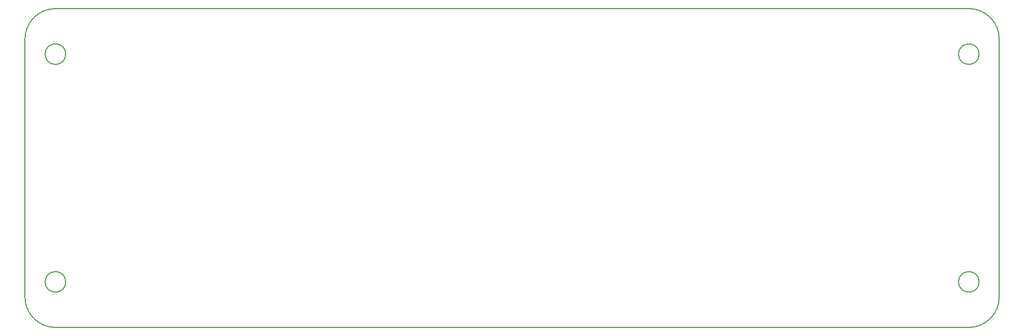
<source format=gm1>
G04 #@! TF.GenerationSoftware,KiCad,Pcbnew,5.0.2-bee76a0~70~ubuntu16.04.1*
G04 #@! TF.CreationDate,2019-03-14T10:12:54-04:00*
G04 #@! TF.ProjectId,BMS_peripheral,424d535f-7065-4726-9970-686572616c2e,rev?*
G04 #@! TF.SameCoordinates,Original*
G04 #@! TF.FileFunction,Profile,NP*
%FSLAX46Y46*%
G04 Gerber Fmt 4.6, Leading zero omitted, Abs format (unit mm)*
G04 Created by KiCad (PCBNEW 5.0.2-bee76a0~70~ubuntu16.04.1) date Thu 14 Mar 2019 10:12:54 AM EDT*
%MOMM*%
%LPD*%
G01*
G04 APERTURE LIST*
%ADD10C,0.200000*%
G04 APERTURE END LIST*
D10*
X49138840Y-74541380D02*
G75*
G02X44058840Y-69461380I0J5080000D01*
G01*
X44058840Y-26281380D02*
X44058840Y-69461380D01*
X50853340Y-28821380D02*
G75*
G03X50853340Y-28821380I-1714500J0D01*
G01*
X206618840Y-69461380D02*
G75*
G02X201538840Y-74541380I-5080000J0D01*
G01*
X49138840Y-74541380D02*
X201538840Y-74541380D01*
X203253340Y-28821380D02*
G75*
G03X203253340Y-28821380I-1714500J0D01*
G01*
X201538840Y-21201380D02*
X49138840Y-21201380D01*
X201538840Y-21201380D02*
G75*
G02X206618840Y-26281380I0J-5080000D01*
G01*
X206618840Y-69461380D02*
X206618840Y-26281380D01*
X44058840Y-26281380D02*
G75*
G02X49138840Y-21201380I5080000J0D01*
G01*
X203253340Y-66921380D02*
G75*
G03X203253340Y-66921380I-1714500J0D01*
G01*
X50853340Y-66921380D02*
G75*
G03X50853340Y-66921380I-1714500J0D01*
G01*
M02*

</source>
